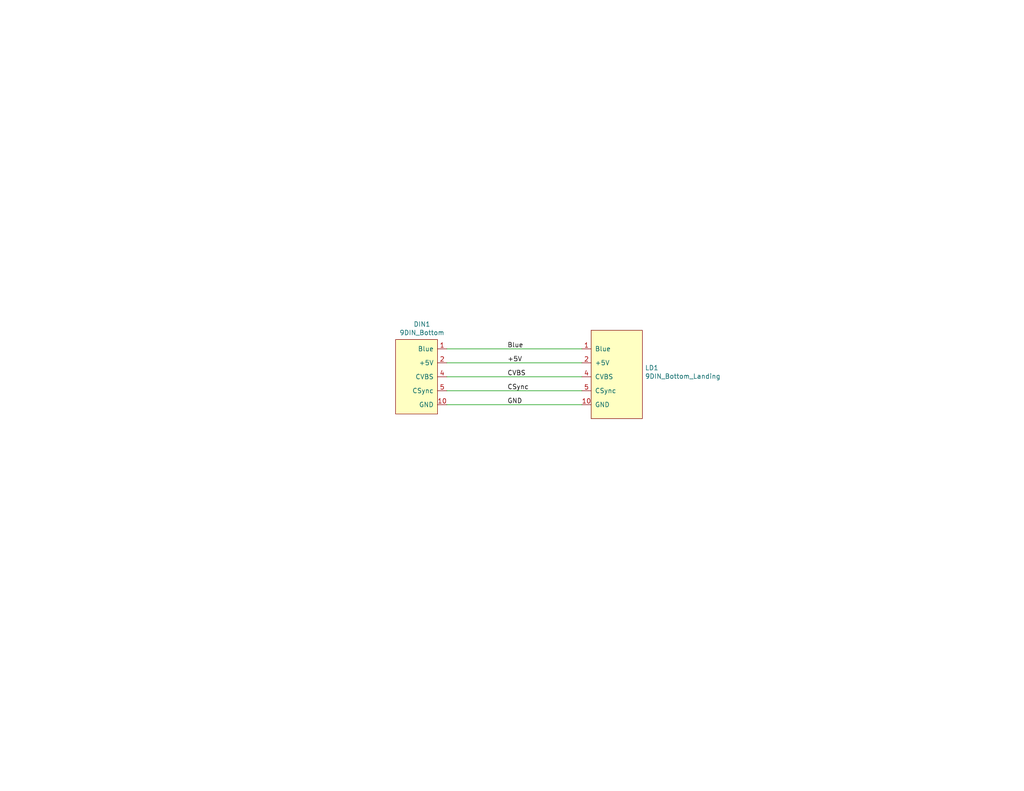
<source format=kicad_sch>
(kicad_sch (version 20211123) (generator eeschema)
  (paper "USLetter")
  (title_block (rev "1") (comment 1 "Designed for OSH Park 2 Layer Prototype"))
  (lib_symbols
    (symbol "9DIN2VGA:9DIN_Bottom" (pin_names (offset 1.016))
      (property "Reference" "DIN" (at 5.08 1.27 0))
      (property "Value" "9DIN_Bottom" (at 10.16 -10.16 90))
      (symbol "9DIN_Bottom_0_1"
        (rectangle (start 0 0) (end 11.43 -20.32) (fill (type background)))
      )
      (symbol "9DIN_Bottom_1_1"
        (pin passive line (at -2.54 -2.54 0) (length 2.54) (name "Blue") (number "1"))
        (pin passive line (at -2.54 -17.78 0) (length 2.54) (name "GND") (number "10"))
        (pin passive line (at -2.54 -6.35 0) (length 2.54) (name "+5V") (number "2"))
        (pin passive line (at -2.54 -10.16 0) (length 2.54) (name "CVBS") (number "4"))
        (pin passive line (at -2.54 -13.97 0) (length 2.54) (name "CSync") (number "5"))
      )
    )
    (symbol "9DIN2VGA:9DIN_Bottom_Landing" (pin_names (offset 1.016))
      (property "Reference" "LD" (at 6.35 1.27 0))
      (property "Value" "9DIN_Bottom_Landing" (at 11.43 -11.43 90))
      (symbol "9DIN_Bottom_Landing_0_1"
        (rectangle (start 0 0) (end 13.97 -24.13) (fill (type background)))
      )
      (symbol "9DIN_Bottom_Landing_1_1"
        (pin passive line (at -2.54 -5.08 0) (length 2.54) (name "Blue") (number "1"))
        (pin passive line (at -2.54 -20.32 0) (length 2.54) (name "GND") (number "10"))
        (pin passive line (at -2.54 -8.89 0) (length 2.54) (name "+5V") (number "2"))
        (pin passive line (at -2.54 -12.7 0) (length 2.54) (name "CVBS") (number "4"))
        (pin passive line (at -2.54 -16.51 0) (length 2.54) (name "CSync") (number "5"))
      )
    )
  )
  (wire (pts (xy 121.92 110.49) (xy 158.75 110.49)))
  (wire (pts (xy 121.92 106.68) (xy 158.75 106.68)))
  (wire (pts (xy 121.92 102.87) (xy 158.75 102.87)))
  (wire (pts (xy 121.92 95.25) (xy 158.75 95.25)))
  (wire (pts (xy 121.92 99.06) (xy 158.75 99.06)))
  (label "+5V" (at 138.43 99.06 0))
  (label "CVBS" (at 138.43 102.87 0))
  (label "Blue" (at 138.43 95.25 0))
  (label "GND" (at 138.43 110.49 0))
  (label "CSync" (at 138.43 106.68 0))
  (symbol (lib_id "9DIN2VGA:9DIN_Bottom") (at 119.38 92.71 0) (mirror y) (unit 1)
    (property "Reference" "DIN1" (at 115.1382 88.519 0))
    (property "Value" "9DIN_Bottom" (at 115.1382 90.8304 0))
    (property "Footprint" "9DIN2VGA:9DIN_Bottom_Pads" (effects hide))
  )
  (symbol (lib_id "9DIN2VGA:9DIN_Bottom_Landing") (at 161.29 90.17 0) (unit 1)
    (property "Reference" "LD1" (at 175.9712 100.4316 0) (effects (justify left)))
    (property "Value" "9DIN_Bottom_Landing" (at 175.9712 102.743 0) (effects (justify left)))
    (property "Footprint" "9DIN2VGA:9DIN_Bottom_Landing_Pads" (effects hide))
  )
)
</source>
